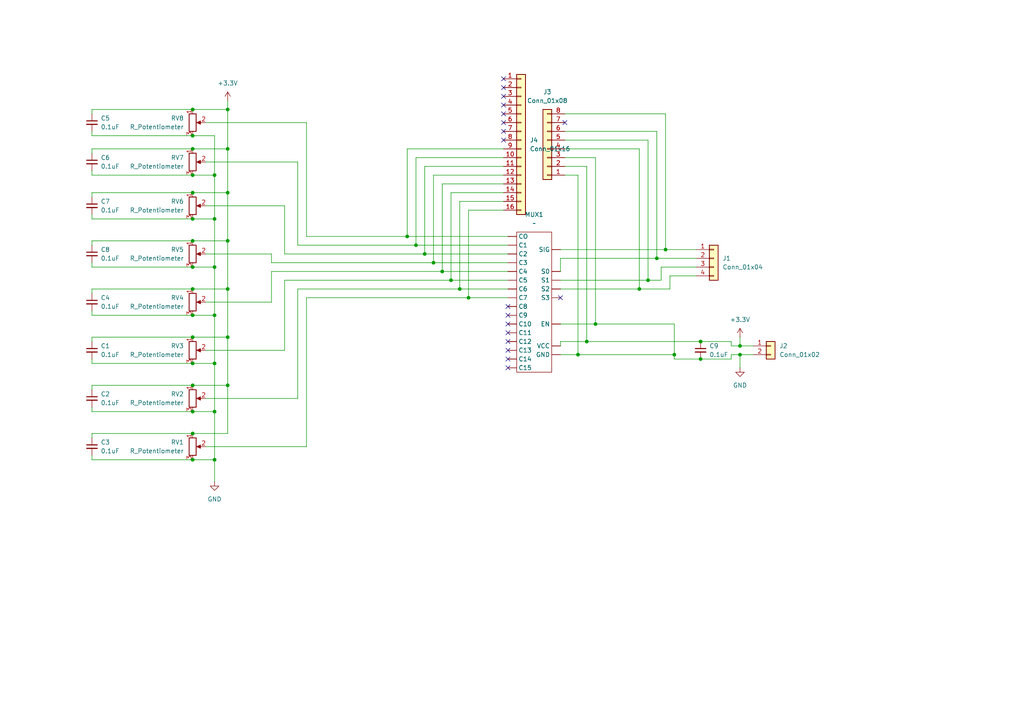
<source format=kicad_sch>
(kicad_sch (version 20250114) (generator "eeschema") (generator_version "9.0")
  (paper "A4")
  (lib_symbols
    (symbol "ALDRICH:MUX"
      (property "Reference" "MUX" (at 2.54 -1.524 0))
      (symbol "MUX_0_1"
        (rectangle (start -2.54 -2.54) (end 7.62 -43.18))
      )
      (symbol "MUX_1_1"
        (pin bidirectional line (at -5.08 -3.81 0) (length 2.54) (name "CO") (number ""))
        (pin bidirectional line (at -5.08 -6.35 0) (length 2.54) (name "C1") (number ""))
        (pin bidirectional line (at -5.08 -8.89 0) (length 2.54) (name "C2") (number ""))
        (pin bidirectional line (at -5.08 -11.43 0) (length 2.54) (name "C3") (number ""))
        (pin bidirectional line (at -5.08 -13.97 0) (length 2.54) (name "C4") (number ""))
        (pin bidirectional line (at -5.08 -16.51 0) (length 2.54) (name "C5") (number ""))
        (pin bidirectional line (at -5.08 -19.05 0) (length 2.54) (name "C6") (number ""))
        (pin bidirectional line (at -5.08 -21.59 0) (length 2.54) (name "C7") (number ""))
        (pin bidirectional line (at -5.08 -24.13 0) (length 2.54) (name "C8") (number ""))
        (pin bidirectional line (at -5.08 -26.67 0) (length 2.54) (name "C9") (number ""))
        (pin bidirectional line (at -5.08 -29.21 0) (length 2.54) (name "C10") (number ""))
        (pin bidirectional line (at -5.08 -31.75 0) (length 2.54) (name "C11") (number ""))
        (pin bidirectional line (at -5.08 -34.29 0) (length 2.54) (name "C12") (number ""))
        (pin bidirectional line (at -5.08 -36.83 0) (length 2.54) (name "C13") (number ""))
        (pin bidirectional line (at -5.08 -39.37 0) (length 2.54) (name "C14") (number ""))
        (pin bidirectional line (at -5.08 -41.91 0) (length 2.54) (name "C15") (number ""))
        (pin output line (at 10.16 -7.62 180) (length 2.54) (name "SIG") (number ""))
        (pin bidirectional line (at 10.16 -13.97 180) (length 2.54) (name "S0") (number ""))
        (pin bidirectional line (at 10.16 -16.51 180) (length 2.54) (name "S1") (number ""))
        (pin bidirectional line (at 10.16 -19.05 180) (length 2.54) (name "S2") (number ""))
        (pin bidirectional line (at 10.16 -21.59 180) (length 2.54) (name "S3") (number ""))
        (pin bidirectional line (at 10.16 -29.21 180) (length 2.54) (name "EN") (number ""))
        (pin power_in line (at 10.16 -35.56 180) (length 2.54) (name "VCC") (number ""))
        (pin power_in line (at 10.16 -38.1 180) (length 2.54) (name "GND") (number ""))
      )
    )
    (symbol "Connector_Generic:Conn_01x02" (pin_names (offset 1.016) (hide yes))
      (property "Reference" "J" (at 0 2.54 0))
      (property "Value" "Conn_01x02" (at 0 -5.08 0))
      (symbol "Conn_01x02_1_1"
        (rectangle (start -1.27 1.27) (end 1.27 -3.81) (stroke (width 0.254)) (fill (type background)))
        (rectangle (start -1.27 0.127) (end 0 -0.127) (stroke (width 0.1524)))
        (rectangle (start -1.27 -2.413) (end 0 -2.667) (stroke (width 0.1524)))
        (pin passive line (at -5.08 0 0) (length 3.81) (name "Pin_1") (number "1"))
        (pin passive line (at -5.08 -2.54 0) (length 3.81) (name "Pin_2") (number "2"))
      )
    )
    (symbol "Connector_Generic:Conn_01x04" (pin_names (offset 1.016) (hide yes))
      (property "Reference" "J" (at 0 5.08 0))
      (property "Value" "Conn_01x04" (at 0 -7.62 0))
      (symbol "Conn_01x04_1_1"
        (rectangle (start -1.27 3.81) (end 1.27 -6.35) (stroke (width 0.254)) (fill (type background)))
        (rectangle (start -1.27 2.667) (end 0 2.413) (stroke (width 0.1524)))
        (rectangle (start -1.27 0.127) (end 0 -0.127) (stroke (width 0.1524)))
        (rectangle (start -1.27 -2.413) (end 0 -2.667) (stroke (width 0.1524)))
        (rectangle (start -1.27 -4.953) (end 0 -5.207) (stroke (width 0.1524)))
        (pin passive line (at -5.08 2.54 0) (length 3.81) (name "Pin_1") (number "1"))
        (pin passive line (at -5.08 0 0) (length 3.81) (name "Pin_2") (number "2"))
        (pin passive line (at -5.08 -2.54 0) (length 3.81) (name "Pin_3") (number "3"))
        (pin passive line (at -5.08 -5.08 0) (length 3.81) (name "Pin_4") (number "4"))
      )
    )
    (symbol "Connector_Generic:Conn_01x08" (pin_names (offset 1.016) (hide yes))
      (property "Reference" "J" (at 0 10.16 0))
      (property "Value" "Conn_01x08" (at 0 -12.7 0))
      (symbol "Conn_01x08_1_1"
        (rectangle (start -1.27 8.89) (end 1.27 -11.43) (stroke (width 0.254)) (fill (type background)))
        (rectangle (start -1.27 7.747) (end 0 7.493) (stroke (width 0.1524)))
        (rectangle (start -1.27 5.207) (end 0 4.953) (stroke (width 0.1524)))
        (rectangle (start -1.27 2.667) (end 0 2.413) (stroke (width 0.1524)))
        (rectangle (start -1.27 0.127) (end 0 -0.127) (stroke (width 0.1524)))
        (rectangle (start -1.27 -2.413) (end 0 -2.667) (stroke (width 0.1524)))
        (rectangle (start -1.27 -4.953) (end 0 -5.207) (stroke (width 0.1524)))
        (rectangle (start -1.27 -7.493) (end 0 -7.747) (stroke (width 0.1524)))
        (rectangle (start -1.27 -10.033) (end 0 -10.287) (stroke (width 0.1524)))
        (pin passive line (at -5.08 7.62 0) (length 3.81) (name "Pin_1") (number "1"))
        (pin passive line (at -5.08 5.08 0) (length 3.81) (name "Pin_2") (number "2"))
        (pin passive line (at -5.08 2.54 0) (length 3.81) (name "Pin_3") (number "3"))
        (pin passive line (at -5.08 0 0) (length 3.81) (name "Pin_4") (number "4"))
        (pin passive line (at -5.08 -2.54 0) (length 3.81) (name "Pin_5") (number "5"))
        (pin passive line (at -5.08 -5.08 0) (length 3.81) (name "Pin_6") (number "6"))
        (pin passive line (at -5.08 -7.62 0) (length 3.81) (name "Pin_7") (number "7"))
        (pin passive line (at -5.08 -10.16 0) (length 3.81) (name "Pin_8") (number "8"))
      )
    )
    (symbol "Connector_Generic:Conn_01x16" (pin_names (offset 1.016) (hide yes))
      (property "Reference" "J" (at 0 20.32 0))
      (property "Value" "Conn_01x16" (at 0 -22.86 0))
      (symbol "Conn_01x16_1_1"
        (rectangle (start -1.27 19.05) (end 1.27 -21.59) (stroke (width 0.254)) (fill (type background)))
        (rectangle (start -1.27 17.907) (end 0 17.653) (stroke (width 0.1524)))
        (rectangle (start -1.27 15.367) (end 0 15.113) (stroke (width 0.1524)))
        (rectangle (start -1.27 12.827) (end 0 12.573) (stroke (width 0.1524)))
        (rectangle (start -1.27 10.287) (end 0 10.033) (stroke (width 0.1524)))
        (rectangle (start -1.27 7.747) (end 0 7.493) (stroke (width 0.1524)))
        (rectangle (start -1.27 5.207) (end 0 4.953) (stroke (width 0.1524)))
        (rectangle (start -1.27 2.667) (end 0 2.413) (stroke (width 0.1524)))
        (rectangle (start -1.27 0.127) (end 0 -0.127) (stroke (width 0.1524)))
        (rectangle (start -1.27 -2.413) (end 0 -2.667) (stroke (width 0.1524)))
        (rectangle (start -1.27 -4.953) (end 0 -5.207) (stroke (width 0.1524)))
        (rectangle (start -1.27 -7.493) (end 0 -7.747) (stroke (width 0.1524)))
        (rectangle (start -1.27 -10.033) (end 0 -10.287) (stroke (width 0.1524)))
        (rectangle (start -1.27 -12.573) (end 0 -12.827) (stroke (width 0.1524)))
        (rectangle (start -1.27 -15.113) (end 0 -15.367) (stroke (width 0.1524)))
        (rectangle (start -1.27 -17.653) (end 0 -17.907) (stroke (width 0.1524)))
        (rectangle (start -1.27 -20.193) (end 0 -20.447) (stroke (width 0.1524)))
        (pin passive line (at -5.08 17.78 0) (length 3.81) (name "Pin_1") (number "1"))
        (pin passive line (at -5.08 15.24 0) (length 3.81) (name "Pin_2") (number "2"))
        (pin passive line (at -5.08 12.7 0) (length 3.81) (name "Pin_3") (number "3"))
        (pin passive line (at -5.08 10.16 0) (length 3.81) (name "Pin_4") (number "4"))
        (pin passive line (at -5.08 7.62 0) (length 3.81) (name "Pin_5") (number "5"))
        (pin passive line (at -5.08 5.08 0) (length 3.81) (name "Pin_6") (number "6"))
        (pin passive line (at -5.08 2.54 0) (length 3.81) (name "Pin_7") (number "7"))
        (pin passive line (at -5.08 0 0) (length 3.81) (name "Pin_8") (number "8"))
        (pin passive line (at -5.08 -2.54 0) (length 3.81) (name "Pin_9") (number "9"))
        (pin passive line (at -5.08 -5.08 0) (length 3.81) (name "Pin_10") (number "10"))
        (pin passive line (at -5.08 -7.62 0) (length 3.81) (name "Pin_11") (number "11"))
        (pin passive line (at -5.08 -10.16 0) (length 3.81) (name "Pin_12") (number "12"))
        (pin passive line (at -5.08 -12.7 0) (length 3.81) (name "Pin_13") (number "13"))
        (pin passive line (at -5.08 -15.24 0) (length 3.81) (name "Pin_14") (number "14"))
        (pin passive line (at -5.08 -17.78 0) (length 3.81) (name "Pin_15") (number "15"))
        (pin passive line (at -5.08 -20.32 0) (length 3.81) (name "Pin_16") (number "16"))
      )
    )
    (symbol "Device:C_Small" (pin_numbers (hide yes)) (pin_names (offset 0.254) (hide yes))
      (property "Reference" "C" (at 0.254 1.778 0))
      (property "Value" "C_Small" (at 0.254 -2.032 0))
      (symbol "C_Small_0_1"
        (polyline (pts (xy -1.524 0.508) (xy 1.524 0.508)) (stroke (width 0.3048)))
        (polyline (pts (xy -1.524 -0.508) (xy 1.524 -0.508)) (stroke (width 0.3302)))
      )
      (symbol "C_Small_1_1"
        (pin passive line (at 0 2.54 270) (length 2.032) (name "~") (number "1"))
        (pin passive line (at 0 -2.54 90) (length 2.032) (name "~") (number "2"))
      )
    )
    (symbol "Device:R_Potentiometer" (pin_names (offset 1.016) (hide yes))
      (property "Reference" "RV" (at -4.445 0 90))
      (property "Value" "R_Potentiometer" (at -2.54 0 90))
      (symbol "R_Potentiometer_0_1"
        (rectangle (start 1.016 2.54) (end -1.016 -2.54) (stroke (width 0.254)))
        (polyline (pts (xy 1.143 0) (xy 2.286 0.508) (xy 2.286 -0.508) (xy 1.143 0)) (fill (type outline)))
        (polyline (pts (xy 2.54 0) (xy 1.524 0)))
      )
      (symbol "R_Potentiometer_1_1"
        (pin passive line (at 0 3.81 270) (length 1.27) (name "1") (number "1"))
        (pin passive line (at 0 -3.81 90) (length 1.27) (name "3") (number "3"))
        (pin passive line (at 3.81 0 180) (length 1.27) (name "2") (number "2"))
      )
    )
    (symbol "power:+3.3V" (power) (pin_numbers (hide yes)) (pin_names (offset 0) (hide yes))
      (property "Value" "+3.3V" (at 0 3.556 0))
      (symbol "+3.3V_0_1"
        (polyline (pts (xy -0.762 1.27) (xy 0 2.54)))
        (polyline (pts (xy 0 2.54) (xy 0.762 1.27)))
        (polyline (pts (xy 0 0) (xy 0 2.54)))
      )
      (symbol "+3.3V_1_1"
        (pin power_in line (at 0 0 90) (length 0) (name "~") (number "1"))
      )
    )
    (symbol "power:GND" (power) (pin_numbers (hide yes)) (pin_names (offset 0) (hide yes))
      (property "Value" "GND" (at 0 -3.81 0))
      (symbol "GND_0_1"
        (polyline (pts (xy 0 0) (xy 0 -1.27) (xy 1.27 -1.27) (xy 0 -2.54) (xy -1.27 -1.27) (xy 0 -1.27)))
      )
      (symbol "GND_1_1"
        (pin power_in line (at 0 0 270) (length 0) (name "~") (number "1"))
      )
    )
  )
  (junction (at 66.04 83.82))
  (junction (at 125.73 76.2))
  (junction (at 55.88 119.38))
  (junction (at 193.04 72.39))
  (junction (at 130.81 81.28))
  (junction (at 55.88 125.73))
  (junction (at 123.19 73.66))
  (junction (at 170.18 99.06))
  (junction (at 55.88 91.44))
  (junction (at 167.64 102.87))
  (junction (at 55.88 43.18))
  (junction (at 62.23 63.5))
  (junction (at 55.88 69.85))
  (junction (at 120.65 71.12))
  (junction (at 214.63 100.33))
  (junction (at 128.27 78.74))
  (junction (at 214.63 102.87))
  (junction (at 185.42 83.82))
  (junction (at 187.96 81.28))
  (junction (at 66.04 111.76))
  (junction (at 66.04 31.75))
  (junction (at 135.89 86.36))
  (junction (at 55.88 111.76))
  (junction (at 55.88 133.35))
  (junction (at 55.88 63.5))
  (junction (at 55.88 31.75))
  (junction (at 66.04 97.79))
  (junction (at 118.11 68.58))
  (junction (at 55.88 50.8))
  (junction (at 55.88 83.82))
  (junction (at 62.23 119.38))
  (junction (at 62.23 91.44))
  (junction (at 66.04 43.18))
  (junction (at 203.2 99.06))
  (junction (at 172.72 93.98))
  (junction (at 55.88 97.79))
  (junction (at 195.58 102.87))
  (junction (at 66.04 55.88))
  (junction (at 66.04 69.85))
  (junction (at 133.35 83.82))
  (junction (at 62.23 77.47))
  (junction (at 55.88 105.41))
  (junction (at 62.23 133.35))
  (junction (at 55.88 39.37))
  (junction (at 62.23 105.41))
  (junction (at 190.5 74.93))
  (junction (at 62.23 50.8))
  (junction (at 55.88 77.47))
  (junction (at 203.2 104.14))
  (junction (at 55.88 55.88))
  (no_connect (at 146.05 27.94))
  (no_connect (at 147.32 96.52))
  (no_connect (at 147.32 104.14))
  (no_connect (at 146.05 30.48))
  (no_connect (at 146.05 40.64))
  (no_connect (at 162.56 86.36))
  (no_connect (at 147.32 106.68))
  (no_connect (at 146.05 38.1))
  (no_connect (at 146.05 33.02))
  (no_connect (at 163.83 35.56))
  (no_connect (at 147.32 101.6))
  (no_connect (at 147.32 93.98))
  (no_connect (at 147.32 88.9))
  (no_connect (at 147.32 91.44))
  (no_connect (at 146.05 25.4))
  (no_connect (at 146.05 35.56))
  (no_connect (at 146.05 22.86))
  (no_connect (at 147.32 99.06))
  (wire (pts (xy 78.74 76.2) (xy 78.74 73.66)))
  (wire (pts (xy 133.35 58.42) (xy 133.35 83.82)))
  (wire (pts (xy 147.32 73.66) (xy 123.19 73.66)))
  (wire (pts (xy 162.56 83.82) (xy 185.42 83.82)))
  (wire (pts (xy 26.67 38.1) (xy 26.67 39.37)))
  (wire (pts (xy 162.56 81.28) (xy 187.96 81.28)))
  (wire (pts (xy 120.65 45.72) (xy 120.65 71.12)))
  (wire (pts (xy 55.88 125.73) (xy 26.67 125.73)))
  (wire (pts (xy 86.36 71.12) (xy 86.36 46.99)))
  (wire (pts (xy 163.83 43.18) (xy 185.42 43.18)))
  (wire (pts (xy 170.18 99.06) (xy 170.18 48.26)))
  (wire (pts (xy 66.04 69.85) (xy 66.04 83.82)))
  (wire (pts (xy 26.67 119.38) (xy 55.88 119.38)))
  (wire (pts (xy 66.04 97.79) (xy 66.04 111.76)))
  (wire (pts (xy 201.93 74.93) (xy 190.5 74.93)))
  (wire (pts (xy 82.55 73.66) (xy 82.55 59.69)))
  (wire (pts (xy 162.56 74.93) (xy 190.5 74.93)))
  (wire (pts (xy 118.11 43.18) (xy 118.11 68.58)))
  (wire (pts (xy 26.67 132.08) (xy 26.67 133.35)))
  (wire (pts (xy 147.32 71.12) (xy 120.65 71.12)))
  (wire (pts (xy 167.64 102.87) (xy 195.58 102.87)))
  (wire (pts (xy 55.88 43.18) (xy 66.04 43.18)))
  (wire (pts (xy 118.11 68.58) (xy 88.9 68.58)))
  (wire (pts (xy 135.89 86.36) (xy 88.9 86.36)))
  (wire (pts (xy 190.5 38.1) (xy 190.5 74.93)))
  (wire (pts (xy 55.88 63.5) (xy 62.23 63.5)))
  (wire (pts (xy 26.67 111.76) (xy 26.67 113.03)))
  (wire (pts (xy 55.88 69.85) (xy 66.04 69.85)))
  (wire (pts (xy 26.67 55.88) (xy 55.88 55.88)))
  (wire (pts (xy 162.56 74.93) (xy 162.56 78.74)))
  (wire (pts (xy 146.05 60.96) (xy 135.89 60.96)))
  (wire (pts (xy 55.88 83.82) (xy 66.04 83.82)))
  (wire (pts (xy 82.55 101.6) (xy 59.69 101.6)))
  (wire (pts (xy 130.81 55.88) (xy 130.81 81.28)))
  (wire (pts (xy 170.18 99.06) (xy 162.56 99.06)))
  (wire (pts (xy 195.58 104.14) (xy 195.58 102.87)))
  (wire (pts (xy 66.04 31.75) (xy 66.04 43.18)))
  (wire (pts (xy 147.32 68.58) (xy 118.11 68.58)))
  (wire (pts (xy 187.96 40.64) (xy 187.96 81.28)))
  (wire (pts (xy 201.93 80.01) (xy 194.31 80.01)))
  (wire (pts (xy 212.09 99.06) (xy 212.09 100.33)))
  (wire (pts (xy 26.67 62.23) (xy 26.67 63.5)))
  (wire (pts (xy 78.74 87.63) (xy 59.69 87.63)))
  (wire (pts (xy 26.67 55.88) (xy 26.67 57.15)))
  (wire (pts (xy 125.73 50.8) (xy 146.05 50.8)))
  (wire (pts (xy 55.88 111.76) (xy 26.67 111.76)))
  (wire (pts (xy 214.63 100.33) (xy 218.44 100.33)))
  (wire (pts (xy 203.2 104.14) (xy 212.09 104.14)))
  (wire (pts (xy 26.67 125.73) (xy 26.67 127)))
  (wire (pts (xy 26.67 105.41) (xy 26.67 104.14)))
  (wire (pts (xy 88.9 86.36) (xy 88.9 129.54)))
  (wire (pts (xy 125.73 76.2) (xy 78.74 76.2)))
  (wire (pts (xy 147.32 78.74) (xy 128.27 78.74)))
  (wire (pts (xy 172.72 93.98) (xy 195.58 93.98)))
  (wire (pts (xy 26.67 118.11) (xy 26.67 119.38)))
  (wire (pts (xy 162.56 72.39) (xy 193.04 72.39)))
  (wire (pts (xy 26.67 97.79) (xy 26.67 99.06)))
  (wire (pts (xy 66.04 83.82) (xy 66.04 97.79)))
  (wire (pts (xy 82.55 81.28) (xy 82.55 101.6)))
  (wire (pts (xy 163.83 50.8) (xy 167.64 50.8)))
  (wire (pts (xy 135.89 60.96) (xy 135.89 86.36)))
  (wire (pts (xy 118.11 43.18) (xy 146.05 43.18)))
  (wire (pts (xy 26.67 83.82) (xy 26.67 85.09)))
  (wire (pts (xy 55.88 31.75) (xy 66.04 31.75)))
  (wire (pts (xy 86.36 46.99) (xy 59.69 46.99)))
  (wire (pts (xy 62.23 91.44) (xy 62.23 105.41)))
  (wire (pts (xy 55.88 50.8) (xy 62.23 50.8)))
  (wire (pts (xy 214.63 102.87) (xy 214.63 106.68)))
  (wire (pts (xy 26.67 31.75) (xy 55.88 31.75)))
  (wire (pts (xy 167.64 50.8) (xy 167.64 102.87)))
  (wire (pts (xy 194.31 80.01) (xy 194.31 83.82)))
  (wire (pts (xy 120.65 45.72) (xy 146.05 45.72)))
  (wire (pts (xy 55.88 83.82) (xy 26.67 83.82)))
  (wire (pts (xy 78.74 78.74) (xy 78.74 87.63)))
  (wire (pts (xy 147.32 76.2) (xy 125.73 76.2)))
  (wire (pts (xy 26.67 69.85) (xy 55.88 69.85)))
  (wire (pts (xy 88.9 129.54) (xy 59.69 129.54)))
  (wire (pts (xy 62.23 63.5) (xy 62.23 77.47)))
  (wire (pts (xy 55.88 39.37) (xy 62.23 39.37)))
  (wire (pts (xy 78.74 73.66) (xy 59.69 73.66)))
  (wire (pts (xy 55.88 133.35) (xy 62.23 133.35)))
  (wire (pts (xy 26.67 76.2) (xy 26.67 77.47)))
  (wire (pts (xy 212.09 102.87) (xy 214.63 102.87)))
  (wire (pts (xy 26.67 133.35) (xy 55.88 133.35)))
  (wire (pts (xy 214.63 102.87) (xy 218.44 102.87)))
  (wire (pts (xy 55.88 39.37) (xy 26.67 39.37)))
  (wire (pts (xy 26.67 91.44) (xy 55.88 91.44)))
  (wire (pts (xy 193.04 33.02) (xy 193.04 72.39)))
  (wire (pts (xy 55.88 77.47) (xy 62.23 77.47)))
  (wire (pts (xy 123.19 48.26) (xy 123.19 73.66)))
  (wire (pts (xy 55.88 105.41) (xy 26.67 105.41)))
  (wire (pts (xy 172.72 45.72) (xy 172.72 93.98)))
  (wire (pts (xy 133.35 83.82) (xy 86.36 83.82)))
  (wire (pts (xy 66.04 43.18) (xy 66.04 55.88)))
  (wire (pts (xy 147.32 83.82) (xy 133.35 83.82)))
  (wire (pts (xy 128.27 53.34) (xy 128.27 78.74)))
  (wire (pts (xy 147.32 86.36) (xy 135.89 86.36)))
  (wire (pts (xy 55.88 55.88) (xy 66.04 55.88)))
  (wire (pts (xy 170.18 48.26) (xy 163.83 48.26)))
  (wire (pts (xy 26.67 49.53) (xy 26.67 50.8)))
  (wire (pts (xy 55.88 97.79) (xy 26.67 97.79)))
  (wire (pts (xy 26.67 90.17) (xy 26.67 91.44)))
  (wire (pts (xy 162.56 102.87) (xy 167.64 102.87)))
  (wire (pts (xy 162.56 99.06) (xy 162.56 100.33)))
  (wire (pts (xy 26.67 69.85) (xy 26.67 71.12)))
  (wire (pts (xy 214.63 97.79) (xy 214.63 100.33)))
  (wire (pts (xy 123.19 48.26) (xy 146.05 48.26)))
  (wire (pts (xy 86.36 83.82) (xy 86.36 115.57)))
  (wire (pts (xy 187.96 81.28) (xy 191.77 81.28)))
  (wire (pts (xy 191.77 77.47) (xy 191.77 81.28)))
  (wire (pts (xy 120.65 71.12) (xy 86.36 71.12)))
  (wire (pts (xy 55.88 91.44) (xy 62.23 91.44)))
  (wire (pts (xy 163.83 40.64) (xy 187.96 40.64)))
  (wire (pts (xy 125.73 50.8) (xy 125.73 76.2)))
  (wire (pts (xy 201.93 77.47) (xy 191.77 77.47)))
  (wire (pts (xy 193.04 72.39) (xy 201.93 72.39)))
  (wire (pts (xy 26.67 43.18) (xy 55.88 43.18)))
  (wire (pts (xy 82.55 59.69) (xy 59.69 59.69)))
  (wire (pts (xy 86.36 115.57) (xy 59.69 115.57)))
  (wire (pts (xy 55.88 119.38) (xy 62.23 119.38)))
  (wire (pts (xy 130.81 81.28) (xy 82.55 81.28)))
  (wire (pts (xy 88.9 35.56) (xy 59.69 35.56)))
  (wire (pts (xy 62.23 50.8) (xy 62.23 63.5)))
  (wire (pts (xy 66.04 111.76) (xy 66.04 125.73)))
  (wire (pts (xy 55.88 125.73) (xy 66.04 125.73)))
  (wire (pts (xy 195.58 93.98) (xy 195.58 102.87)))
  (wire (pts (xy 163.83 45.72) (xy 172.72 45.72)))
  (wire (pts (xy 147.32 81.28) (xy 130.81 81.28)))
  (wire (pts (xy 203.2 99.06) (xy 212.09 99.06)))
  (wire (pts (xy 123.19 73.66) (xy 82.55 73.66)))
  (wire (pts (xy 162.56 93.98) (xy 172.72 93.98)))
  (wire (pts (xy 62.23 119.38) (xy 62.23 133.35)))
  (wire (pts (xy 133.35 58.42) (xy 146.05 58.42)))
  (wire (pts (xy 203.2 104.14) (xy 195.58 104.14)))
  (wire (pts (xy 128.27 78.74) (xy 78.74 78.74)))
  (wire (pts (xy 26.67 77.47) (xy 55.88 77.47)))
  (wire (pts (xy 212.09 102.87) (xy 212.09 104.14)))
  (wire (pts (xy 128.27 53.34) (xy 146.05 53.34)))
  (wire (pts (xy 26.67 63.5) (xy 55.88 63.5)))
  (wire (pts (xy 203.2 99.06) (xy 170.18 99.06)))
  (wire (pts (xy 163.83 38.1) (xy 190.5 38.1)))
  (wire (pts (xy 55.88 50.8) (xy 26.67 50.8)))
  (wire (pts (xy 26.67 43.18) (xy 26.67 44.45)))
  (wire (pts (xy 62.23 39.37) (xy 62.23 50.8)))
  (wire (pts (xy 55.88 105.41) (xy 62.23 105.41)))
  (wire (pts (xy 62.23 77.47) (xy 62.23 91.44)))
  (wire (pts (xy 163.83 33.02) (xy 193.04 33.02)))
  (wire (pts (xy 62.23 105.41) (xy 62.23 119.38)))
  (wire (pts (xy 130.81 55.88) (xy 146.05 55.88)))
  (wire (pts (xy 66.04 29.21) (xy 66.04 31.75)))
  (wire (pts (xy 185.42 43.18) (xy 185.42 83.82)))
  (wire (pts (xy 212.09 100.33) (xy 214.63 100.33)))
  (wire (pts (xy 26.67 33.02) (xy 26.67 31.75)))
  (wire (pts (xy 185.42 83.82) (xy 194.31 83.82)))
  (wire (pts (xy 88.9 68.58) (xy 88.9 35.56)))
  (wire (pts (xy 55.88 97.79) (xy 66.04 97.79)))
  (wire (pts (xy 66.04 55.88) (xy 66.04 69.85)))
  (wire (pts (xy 62.23 133.35) (xy 62.23 139.7)))
  (wire (pts (xy 55.88 111.76) (xy 66.04 111.76)))
  (symbol (lib_id "Connector_Generic:Conn_01x04") (at 207.01 74.93 0) (unit 1)
    (property "Reference" "J1" (at 209.55 74.9299 0) (effects (justify left)))
    (property "Value" "Conn_01x04" (at 209.55 77.4699 0) (effects (justify left)))
    (property "Footprint" "Connector_PinHeader_2.54mm:PinHeader_1x04_P2.54mm_Horizontal" (effects (hide yes)))
    (property "Description" "Generic connector, single row, 01x04, script generated (kicad-library-utils/schlib/autogen/connector/)" (effects (hide yes)))
  )
  (symbol (lib_id "Device:C_Small") (at 26.67 87.63 0) (unit 1)
    (property "Reference" "C4" (at 29.21 86.3662 0) (effects (justify left)))
    (property "Value" "0.1uF" (at 29.21 88.9062 0) (effects (justify left)))
    (property "Footprint" "Capacitor_THT:C_Disc_D5.0mm_W2.5mm_P2.50mm" (effects (hide yes)))
    (property "Description" "Unpolarized capacitor, small symbol" (effects (hide yes)))
  )
  (symbol (lib_id "power:GND") (at 214.63 106.68 0) (unit 1)
    (property "Reference" "#PWR03" (effects (hide yes)))
    (property "Value" "GND" (at 214.63 111.76 0))
    (property "Description" "Power symbol creates a global label with name \"GND\" , ground" (effects (hide yes)))
  )
  (symbol (lib_id "Connector_Generic:Conn_01x08") (at 158.75 43.18 180) (unit 1)
    (property "Reference" "J3" (at 158.75 26.67 0))
    (property "Value" "Conn_01x08" (at 158.75 29.21 0))
    (property "Footprint" "Connector_PinHeader_2.54mm:PinHeader_1x08_P2.54mm_Vertical" (effects (hide yes)))
    (property "Description" "Generic connector, single row, 01x08, script generated (kicad-library-utils/schlib/autogen/connector/)" (effects (hide yes)))
  )
  (symbol (lib_id "Connector_Generic:Conn_01x02") (at 223.52 100.33 0) (unit 1)
    (property "Reference" "J2" (at 226.06 100.3299 0) (effects (justify left)))
    (property "Value" "Conn_01x02" (at 226.06 102.8699 0) (effects (justify left)))
    (property "Footprint" "Connector_PinHeader_2.54mm:PinHeader_1x02_P2.54mm_Horizontal" (effects (hide yes)))
    (property "Description" "Generic connector, single row, 01x02, script generated (kicad-library-utils/schlib/autogen/connector/)" (effects (hide yes)))
  )
  (symbol (lib_id "Device:C_Small") (at 26.67 115.57 0) (unit 1)
    (property "Reference" "C2" (at 29.21 114.3062 0) (effects (justify left)))
    (property "Value" "0.1uF" (at 29.21 116.8462 0) (effects (justify left)))
    (property "Footprint" "Capacitor_THT:C_Disc_D5.0mm_W2.5mm_P2.50mm" (effects (hide yes)))
    (property "Description" "Unpolarized capacitor, small symbol" (effects (hide yes)))
  )
  (symbol (lib_id "Device:R_Potentiometer") (at 55.88 115.57 0) (unit 1)
    (property "Reference" "RV2" (at 53.34 114.2999 0) (effects (justify right)))
    (property "Value" "R_Potentiometer" (at 53.34 116.8399 0) (effects (justify right)))
    (property "Footprint" "Potentiometer_THT:Potentiometer_Omeg_PC16BU_Vertical" (effects (hide yes)))
    (property "Description" "Potentiometer" (effects (hide yes)))
  )
  (symbol (lib_id "Device:R_Potentiometer") (at 55.88 73.66 0) (unit 1)
    (property "Reference" "RV5" (at 53.34 72.3899 0) (effects (justify right)))
    (property "Value" "R_Potentiometer" (at 53.34 74.9299 0) (effects (justify right)))
    (property "Footprint" "Potentiometer_THT:Potentiometer_Omeg_PC16BU_Vertical" (effects (hide yes)))
    (property "Description" "Potentiometer" (effects (hide yes)))
  )
  (symbol (lib_id "ALDRICH:MUX") (at 152.4 64.77 0) (unit 1)
    (property "Reference" "MUX1" (at 154.94 62.23 0))
    (property "Value" "~" (at 154.94 64.77 0))
  )
  (symbol (lib_id "power:+3.3V") (at 66.04 29.21 0) (unit 1)
    (property "Reference" "#PWR02" (effects (hide yes)))
    (property "Value" "+3.3V" (at 66.04 24.13 0))
    (property "Description" "Power symbol creates a global label with name \"+3.3V\"" (effects (hide yes)))
  )
  (symbol (lib_id "Device:R_Potentiometer") (at 55.88 35.56 0) (unit 1)
    (property "Reference" "RV8" (at 53.34 34.2899 0) (effects (justify right)))
    (property "Value" "R_Potentiometer" (at 53.34 36.8299 0) (effects (justify right)))
    (property "Footprint" "Potentiometer_THT:Potentiometer_Omeg_PC16BU_Vertical" (effects (hide yes)))
    (property "Description" "Potentiometer" (effects (hide yes)))
  )
  (symbol (lib_id "Device:C_Small") (at 26.67 73.66 0) (unit 1)
    (property "Reference" "C8" (at 29.21 72.3962 0) (effects (justify left)))
    (property "Value" "0.1uF" (at 29.21 74.9362 0) (effects (justify left)))
    (property "Footprint" "Capacitor_THT:C_Disc_D5.0mm_W2.5mm_P2.50mm" (effects (hide yes)))
    (property "Description" "Unpolarized capacitor, small symbol" (effects (hide yes)))
  )
  (symbol (lib_id "Device:R_Potentiometer") (at 55.88 129.54 0) (unit 1)
    (property "Reference" "RV1" (at 53.34 128.2699 0) (effects (justify right)))
    (property "Value" "R_Potentiometer" (at 53.34 130.8099 0) (effects (justify right)))
    (property "Footprint" "Potentiometer_THT:Potentiometer_Omeg_PC16BU_Vertical" (effects (hide yes)))
    (property "Description" "Potentiometer" (effects (hide yes)))
  )
  (symbol (lib_id "Device:C_Small") (at 26.67 101.6 0) (unit 1)
    (property "Reference" "C1" (at 29.21 100.3362 0) (effects (justify left)))
    (property "Value" "0.1uF" (at 29.21 102.8762 0) (effects (justify left)))
    (property "Footprint" "Capacitor_THT:C_Disc_D5.0mm_W2.5mm_P2.50mm" (effects (hide yes)))
    (property "Description" "Unpolarized capacitor, small symbol" (effects (hide yes)))
  )
  (symbol (lib_id "Connector_Generic:Conn_01x16") (at 151.13 40.64 0) (unit 1)
    (property "Reference" "J4" (at 153.67 40.6399 0) (effects (justify left)))
    (property "Value" "Conn_01x16" (at 153.67 43.1799 0) (effects (justify left)))
    (property "Footprint" "Connector_PinSocket_2.54mm:PinSocket_1x16_P2.54mm_Vertical" (effects (hide yes)))
    (property "Description" "Generic connector, single row, 01x16, script generated (kicad-library-utils/schlib/autogen/connector/)" (effects (hide yes)))
  )
  (symbol (lib_id "Device:C_Small") (at 26.67 59.69 0) (unit 1)
    (property "Reference" "C7" (at 29.21 58.4262 0) (effects (justify left)))
    (property "Value" "0.1uF" (at 29.21 60.9662 0) (effects (justify left)))
    (property "Footprint" "Capacitor_THT:C_Disc_D5.0mm_W2.5mm_P2.50mm" (effects (hide yes)))
    (property "Description" "Unpolarized capacitor, small symbol" (effects (hide yes)))
  )
  (symbol (lib_id "Device:C_Small") (at 203.2 101.6 0) (unit 1)
    (property "Reference" "C9" (at 205.74 100.3362 0) (effects (justify left)))
    (property "Value" "0.1uF" (at 205.74 102.8762 0) (effects (justify left)))
    (property "Footprint" "Capacitor_THT:C_Disc_D5.0mm_W2.5mm_P2.50mm" (effects (hide yes)))
    (property "Description" "Unpolarized capacitor, small symbol" (effects (hide yes)))
  )
  (symbol (lib_id "power:GND") (at 62.23 139.7 0) (unit 1)
    (property "Reference" "#PWR01" (effects (hide yes)))
    (property "Value" "GND" (at 62.23 144.78 0))
    (property "Description" "Power symbol creates a global label with name \"GND\" , ground" (effects (hide yes)))
  )
  (symbol (lib_id "Device:C_Small") (at 26.67 46.99 0) (unit 1)
    (property "Reference" "C6" (at 29.21 45.7262 0) (effects (justify left)))
    (property "Value" "0.1uF" (at 29.21 48.2662 0) (effects (justify left)))
    (property "Footprint" "Capacitor_THT:C_Disc_D5.0mm_W2.5mm_P2.50mm" (effects (hide yes)))
    (property "Description" "Unpolarized capacitor, small symbol" (effects (hide yes)))
  )
  (symbol (lib_id "Device:R_Potentiometer") (at 55.88 101.6 0) (unit 1)
    (property "Reference" "RV3" (at 53.34 100.3299 0) (effects (justify right)))
    (property "Value" "R_Potentiometer" (at 53.34 102.8699 0) (effects (justify right)))
    (property "Footprint" "Potentiometer_THT:Potentiometer_Omeg_PC16BU_Vertical" (effects (hide yes)))
    (property "Description" "Potentiometer" (effects (hide yes)))
  )
  (symbol (lib_id "Device:C_Small") (at 26.67 129.54 0) (unit 1)
    (property "Reference" "C3" (at 29.21 128.2762 0) (effects (justify left)))
    (property "Value" "0.1uF" (at 29.21 130.8162 0) (effects (justify left)))
    (property "Footprint" "Capacitor_THT:C_Disc_D5.0mm_W2.5mm_P2.50mm" (effects (hide yes)))
    (property "Description" "Unpolarized capacitor, small symbol" (effects (hide yes)))
  )
  (symbol (lib_id "power:+3.3V") (at 214.63 97.79 0) (unit 1)
    (property "Reference" "#PWR04" (effects (hide yes)))
    (property "Value" "+3.3V" (at 214.63 92.71 0))
    (property "Description" "Power symbol creates a global label with name \"+3.3V\"" (effects (hide yes)))
  )
  (symbol (lib_id "Device:C_Small") (at 26.67 35.56 0) (unit 1)
    (property "Reference" "C5" (at 29.21 34.2962 0) (effects (justify left)))
    (property "Value" "0.1uF" (at 29.21 36.8362 0) (effects (justify left)))
    (property "Footprint" "Capacitor_THT:C_Disc_D5.0mm_W2.5mm_P2.50mm" (effects (hide yes)))
    (property "Description" "Unpolarized capacitor, small symbol" (effects (hide yes)))
  )
  (symbol (lib_id "Device:R_Potentiometer") (at 55.88 59.69 0) (unit 1)
    (property "Reference" "RV6" (at 53.34 58.4199 0) (effects (justify right)))
    (property "Value" "R_Potentiometer" (at 53.34 60.9599 0) (effects (justify right)))
    (property "Footprint" "Potentiometer_THT:Potentiometer_Omeg_PC16BU_Vertical" (effects (hide yes)))
    (property "Description" "Potentiometer" (effects (hide yes)))
  )
  (symbol (lib_id "Device:R_Potentiometer") (at 55.88 46.99 0) (unit 1)
    (property "Reference" "RV7" (at 53.34 45.7199 0) (effects (justify right)))
    (property "Value" "R_Potentiometer" (at 53.34 48.2599 0) (effects (justify right)))
    (property "Footprint" "Potentiometer_THT:Potentiometer_Omeg_PC16BU_Vertical" (effects (hide yes)))
    (property "Description" "Potentiometer" (effects (hide yes)))
  )
  (symbol (lib_id "Device:R_Potentiometer") (at 55.88 87.63 0) (unit 1)
    (property "Reference" "RV4" (at 53.34 86.3599 0) (effects (justify right)))
    (property "Value" "R_Potentiometer" (at 53.34 88.8999 0) (effects (justify right)))
    (property "Footprint" "Potentiometer_THT:Potentiometer_Omeg_PC16BU_Vertical" (effects (hide yes)))
    (property "Description" "Potentiometer" (effects (hide yes)))
  )
)
</source>
